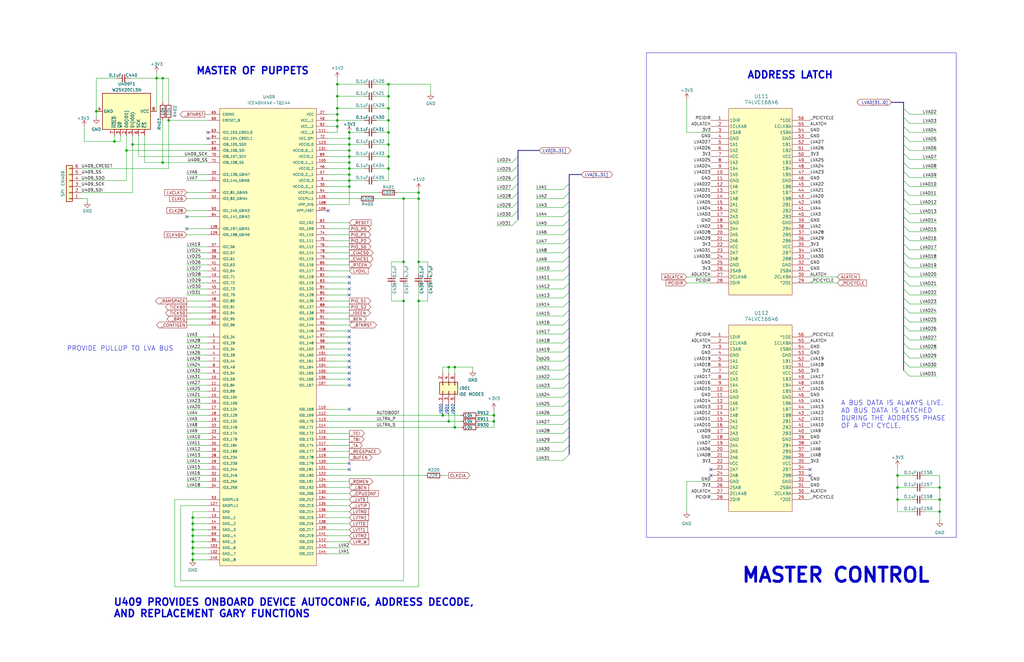
<source format=kicad_sch>
(kicad_sch (version 20231120) (generator "eeschema") (generator_version "8.0")
  (paper "B")
  (title_block (title "AMIGA PCI") (date "2024-06-29") (rev "4.0"))
  (junction (at 147.32 76.2))
  (junction (at 191.77 180.34))
  (junction (at 378.46 200.66))
  (junction (at 81.28 223.52))
  (junction (at 189.23 154.94))
  (junction (at 147.32 58.42))
  (junction (at 396.24 210.82))
  (junction (at 378.46 210.82))
  (junction (at 147.32 78.74))
  (junction (at 396.24 215.9))
  (junction (at 163.83 60.96))
  (junction (at 163.83 50.8))
  (junction (at 170.18 83.82))
  (junction (at 163.83 40.64))
  (junction (at 142.24 48.26))
  (junction (at 142.24 53.34))
  (junction (at 40.64 46.99))
  (junction (at 48.26 59.69))
  (junction (at 81.28 218.44))
  (junction (at 66.04 33.02))
  (junction (at 81.28 220.98))
  (junction (at 147.32 63.5))
  (junction (at 142.24 35.56))
  (junction (at 81.28 233.68))
  (junction (at 163.83 45.72))
  (junction (at 147.32 68.58))
  (junction (at 396.24 205.74))
  (junction (at 176.53 127))
  (junction (at 163.83 35.56))
  (junction (at 55.88 60.96))
  (junction (at 142.24 40.64))
  (junction (at 208.28 175.26))
  (junction (at 81.28 236.22))
  (junction (at 191.77 154.94))
  (junction (at 81.28 231.14))
  (junction (at 68.58 68.58))
  (junction (at 163.83 71.12))
  (junction (at 163.83 66.04))
  (junction (at 189.23 177.8))
  (junction (at 147.32 55.88))
  (junction (at 176.53 81.28))
  (junction (at 142.24 45.72))
  (junction (at 208.28 177.8))
  (junction (at 163.83 55.88))
  (junction (at 71.12 50.8))
  (junction (at 147.32 60.96))
  (junction (at 81.28 226.06))
  (junction (at 170.18 127))
  (junction (at 378.46 205.74))
  (junction (at 81.28 228.6))
  (junction (at 147.32 73.66))
  (junction (at 170.18 110.49))
  (junction (at 176.53 110.49))
  (junction (at 147.32 71.12))
  (junction (at 186.69 175.26))
  (junction (at 176.53 83.82))
  (junction (at 142.24 50.8))
  (junction (at 147.32 66.04))
  (junction (at 68.58 33.02))
  (junction (at 53.34 63.5))
  (no_connect (at 299.72 198.12))
  (no_connect (at 147.32 144.78))
  (no_connect (at 147.32 152.4))
  (no_connect (at 147.32 198.12))
  (no_connect (at 341.63 198.12))
  (no_connect (at 147.32 162.56))
  (no_connect (at 147.32 172.72))
  (no_connect (at 341.63 200.66))
  (no_connect (at 87.63 55.88))
  (no_connect (at 147.32 142.24))
  (no_connect (at 147.32 160.02))
  (no_connect (at 147.32 116.84))
  (no_connect (at 147.32 147.32))
  (no_connect (at 147.32 149.86))
  (no_connect (at 78.74 91.44))
  (no_connect (at 147.32 124.46))
  (no_connect (at 147.32 157.48))
  (no_connect (at 147.32 119.38))
  (no_connect (at 299.72 200.66))
  (no_connect (at 147.32 195.58))
  (no_connect (at 138.43 88.9))
  (no_connect (at 147.32 154.94))
  (no_connect (at 87.63 58.42))
  (no_connect (at 147.32 139.7))
  (no_connect (at 78.74 96.52))
  (no_connect (at 147.32 121.92))
  (bus_entry (at 383.57 93.98) (size -2.54 -2.54))
  (bus_entry (at 383.57 63.5) (size -2.54 -2.54))
  (bus_entry (at 237.49 163.83) (size 2.54 -2.54))
  (bus_entry (at 215.9 95.25) (size 2.54 -2.54))
  (bus_entry (at 237.49 80.01) (size 2.54 -2.54))
  (bus_entry (at 237.49 160.02) (size 2.54 -2.54))
  (bus_entry (at 383.57 82.55) (size -2.54 -2.54))
  (bus_entry (at 383.57 101.6) (size -2.54 -2.54))
  (bus_entry (at 215.9 83.82) (size 2.54 -2.54))
  (bus_entry (at 237.49 194.31) (size 2.54 -2.54))
  (bus_entry (at 215.9 87.63) (size 2.54 -2.54))
  (bus_entry (at 383.57 151.13) (size -2.54 -2.54))
  (bus_entry (at 237.49 133.35) (size 2.54 -2.54))
  (bus_entry (at 237.49 137.16) (size 2.54 -2.54))
  (bus_entry (at 237.49 99.06) (size 2.54 -2.54))
  (bus_entry (at 383.57 158.75) (size -2.54 -2.54))
  (bus_entry (at 383.57 78.74) (size -2.54 -2.54))
  (bus_entry (at 383.57 97.79) (size -2.54 -2.54))
  (bus_entry (at 237.49 182.88) (size 2.54 -2.54))
  (bus_entry (at 237.49 83.82) (size 2.54 -2.54))
  (bus_entry (at 237.49 95.25) (size 2.54 -2.54))
  (bus_entry (at 383.57 135.89) (size -2.54 -2.54))
  (bus_entry (at 383.57 55.88) (size -2.54 -2.54))
  (bus_entry (at 237.49 129.54) (size 2.54 -2.54))
  (bus_entry (at 237.49 148.59) (size 2.54 -2.54))
  (bus_entry (at 237.49 175.26) (size 2.54 -2.54))
  (bus_entry (at 383.57 139.7) (size -2.54 -2.54))
  (bus_entry (at 383.57 124.46) (size -2.54 -2.54))
  (bus_entry (at 237.49 87.63) (size 2.54 -2.54))
  (bus_entry (at 383.57 120.65) (size -2.54 -2.54))
  (bus_entry (at 237.49 118.11) (size 2.54 -2.54))
  (bus_entry (at 383.57 59.69) (size -2.54 -2.54))
  (bus_entry (at 383.57 71.12) (size -2.54 -2.54))
  (bus_entry (at 383.57 143.51) (size -2.54 -2.54))
  (bus_entry (at 215.9 68.58) (size 2.54 -2.54))
  (bus_entry (at 226.06 149.86) (size 2.54 2.54))
  (bus_entry (at 383.57 86.36) (size -2.54 -2.54))
  (bus_entry (at 237.49 121.92) (size 2.54 -2.54))
  (bus_entry (at 237.49 144.78) (size 2.54 -2.54))
  (bus_entry (at 383.57 154.94) (size -2.54 -2.54))
  (bus_entry (at 383.57 147.32) (size -2.54 -2.54))
  (bus_entry (at 237.49 190.5) (size 2.54 -2.54))
  (bus_entry (at 383.57 116.84) (size -2.54 -2.54))
  (bus_entry (at 215.9 91.44) (size 2.54 -2.54))
  (bus_entry (at 237.49 114.3) (size 2.54 -2.54))
  (bus_entry (at 215.9 76.2) (size 2.54 -2.54))
  (bus_entry (at 237.49 186.69) (size 2.54 -2.54))
  (bus_entry (at 383.57 52.07) (size -2.54 -2.54))
  (bus_entry (at 237.49 167.64) (size 2.54 -2.54))
  (bus_entry (at 237.49 110.49) (size 2.54 -2.54))
  (bus_entry (at 237.49 125.73) (size 2.54 -2.54))
  (bus_entry (at 237.49 102.87) (size 2.54 -2.54))
  (bus_entry (at 237.49 179.07) (size 2.54 -2.54))
  (bus_entry (at 383.57 128.27) (size -2.54 -2.54))
  (bus_entry (at 237.49 156.21) (size 2.54 -2.54))
  (bus_entry (at 237.49 140.97) (size 2.54 -2.54))
  (bus_entry (at 383.57 105.41) (size -2.54 -2.54))
  (bus_entry (at 237.49 171.45) (size 2.54 -2.54))
  (bus_entry (at 383.57 132.08) (size -2.54 -2.54))
  (bus_entry (at 237.49 106.68) (size 2.54 -2.54))
  (bus_entry (at 383.57 109.22) (size -2.54 -2.54))
  (bus_entry (at 383.57 67.31) (size -2.54 -2.54))
  (bus_entry (at 237.49 152.4) (size 2.54 -2.54))
  (bus_entry (at 383.57 113.03) (size -2.54 -2.54))
  (bus_entry (at 237.49 91.44) (size 2.54 -2.54))
  (bus_entry (at 383.57 74.93) (size -2.54 -2.54))
  (bus_entry (at 215.9 72.39) (size 2.54 -2.54))
  (bus_entry (at 383.57 48.26) (size -2.54 -2.54))
  (bus_entry (at 383.57 90.17) (size -2.54 -2.54))
  (bus_entry (at 215.9 80.01) (size 2.54 -2.54))
  (wire (pts (xy 147.32 144.78) (xy 138.43 144.78)))
  (bus (pts (xy 381.03 152.4) (xy 381.03 156.21)))
  (bus (pts (xy 240.03 107.95) (xy 240.03 111.76)))
  (wire (pts (xy 395 139.7) (xy 383.57 139.7)))
  (wire (pts (xy 299.72 55.88) (xy 289.56 55.88)))
  (bus (pts (xy 381.03 43.18) (xy 375.92 43.18)))
  (wire (pts (xy 58.42 66.04) (xy 58.42 57.15)))
  (wire (pts (xy 87.63 195.58) (xy 78.74 195.58)))
  (wire (pts (xy 78.74 200.66) (xy 87.63 200.66)))
  (wire (pts (xy 147.32 205.74) (xy 138.43 205.74)))
  (wire (pts (xy 209.55 95.25) (xy 215.9 95.25)))
  (wire (pts (xy 353.06 119.38) (xy 341.63 119.38)))
  (wire (pts (xy 395 128.27) (xy 383.57 128.27)))
  (wire (pts (xy 138.43 99.06) (xy 147.32 99.06)))
  (wire (pts (xy 289.56 203.2) (xy 289.56 215.9)))
  (bus (pts (xy 381.03 148.59) (xy 381.03 152.4)))
  (wire (pts (xy 189.23 157.48) (xy 189.23 154.94)))
  (wire (pts (xy 395 135.89) (xy 383.57 135.89)))
  (wire (pts (xy 147.32 195.58) (xy 138.43 195.58)))
  (wire (pts (xy 289.56 203.2) (xy 299.72 203.2)))
  (wire (pts (xy 71.12 43.18) (xy 71.12 33.02)))
  (wire (pts (xy 395 86.36) (xy 383.57 86.36)))
  (wire (pts (xy 138.43 71.12) (xy 147.32 71.12)))
  (wire (pts (xy 73.66 247.65) (xy 176.53 247.65)))
  (wire (pts (xy 87.63 83.82) (xy 78.74 83.82)))
  (wire (pts (xy 226.06 140.97) (xy 237.49 140.97)))
  (wire (pts (xy 34.29 83.82) (xy 36.83 83.82)))
  (wire (pts (xy 87.63 203.2) (xy 78.74 203.2)))
  (wire (pts (xy 138.43 73.66) (xy 147.32 73.66)))
  (wire (pts (xy 78.74 116.84) (xy 87.63 116.84)))
  (wire (pts (xy 78.74 111.76) (xy 87.63 111.76)))
  (wire (pts (xy 35.56 53.34) (xy 35.56 59.69)))
  (bus (pts (xy 240.03 96.52) (xy 240.03 100.33)))
  (bus (pts (xy 381.03 57.15) (xy 381.03 60.96)))
  (bus (pts (xy 381.03 118.11) (xy 381.03 121.92)))
  (wire (pts (xy 226.06 190.5) (xy 237.49 190.5)))
  (wire (pts (xy 170.18 83.82) (xy 158.75 83.82)))
  (wire (pts (xy 186.69 157.48) (xy 186.69 154.94)))
  (bus (pts (xy 240.03 165.1) (xy 240.03 168.91)))
  (wire (pts (xy 87.63 88.9) (xy 78.74 88.9)))
  (wire (pts (xy 138.43 83.82) (xy 151.13 83.82)))
  (wire (pts (xy 78.74 109.22) (xy 87.63 109.22)))
  (wire (pts (xy 226.06 110.49) (xy 237.49 110.49)))
  (wire (pts (xy 147.32 182.88) (xy 138.43 182.88)))
  (bus (pts (xy 240.03 168.91) (xy 240.03 172.72)))
  (wire (pts (xy 142.24 45.72) (xy 142.24 48.26)))
  (wire (pts (xy 176.53 127) (xy 180.34 127)))
  (wire (pts (xy 73.66 210.82) (xy 87.63 210.82)))
  (wire (pts (xy 138.43 157.48) (xy 147.32 157.48)))
  (wire (pts (xy 226.06 175.26) (xy 237.49 175.26)))
  (wire (pts (xy 378.46 205.74) (xy 384.81 205.74)))
  (wire (pts (xy 81.28 218.44) (xy 81.28 220.98)))
  (wire (pts (xy 395 48.26) (xy 383.57 48.26)))
  (wire (pts (xy 87.63 177.8) (xy 78.74 177.8)))
  (wire (pts (xy 147.32 76.2) (xy 147.32 78.74)))
  (wire (pts (xy 138.43 152.4) (xy 147.32 152.4)))
  (wire (pts (xy 209.55 68.58) (xy 215.9 68.58)))
  (wire (pts (xy 48.26 59.69) (xy 50.8 59.69)))
  (wire (pts (xy 87.63 48.26) (xy 86.36 48.26)))
  (wire (pts (xy 395 120.65) (xy 383.57 120.65)))
  (wire (pts (xy 389.89 200.66) (xy 396.24 200.66)))
  (wire (pts (xy 81.28 218.44) (xy 87.63 218.44)))
  (wire (pts (xy 66.04 33.02) (xy 54.61 33.02)))
  (wire (pts (xy 68.58 33.02) (xy 66.04 33.02)))
  (wire (pts (xy 147.32 76.2) (xy 153.67 76.2)))
  (bus (pts (xy 381.03 125.73) (xy 381.03 129.54)))
  (wire (pts (xy 226.06 114.3) (xy 237.49 114.3)))
  (wire (pts (xy 395 105.41) (xy 383.57 105.41)))
  (wire (pts (xy 163.83 40.64) (xy 163.83 35.56)))
  (wire (pts (xy 158.75 60.96) (xy 163.83 60.96)))
  (bus (pts (xy 218.44 69.85) (xy 218.44 73.66)))
  (wire (pts (xy 289.56 41.91) (xy 289.56 55.88)))
  (wire (pts (xy 226.06 171.45) (xy 237.49 171.45)))
  (wire (pts (xy 226.06 83.82) (xy 237.49 83.82)))
  (wire (pts (xy 181.61 35.56) (xy 163.83 35.56)))
  (wire (pts (xy 87.63 167.64) (xy 78.74 167.64)))
  (wire (pts (xy 147.32 68.58) (xy 147.32 71.12)))
  (wire (pts (xy 209.55 91.44) (xy 215.9 91.44)))
  (wire (pts (xy 226.06 179.07) (xy 237.49 179.07)))
  (wire (pts (xy 81.28 215.9) (xy 81.28 218.44)))
  (wire (pts (xy 138.43 175.26) (xy 186.69 175.26)))
  (wire (pts (xy 87.63 76.2) (xy 78.74 76.2)))
  (wire (pts (xy 78.74 106.68) (xy 87.63 106.68)))
  (wire (pts (xy 138.43 223.52) (xy 147.32 223.52)))
  (wire (pts (xy 87.63 165.1) (xy 78.74 165.1)))
  (wire (pts (xy 147.32 55.88) (xy 153.67 55.88)))
  (wire (pts (xy 81.28 231.14) (xy 81.28 233.68)))
  (bus (pts (xy 381.03 76.2) (xy 381.03 80.01)))
  (bus (pts (xy 381.03 91.44) (xy 381.03 95.25)))
  (wire (pts (xy 191.77 170.18) (xy 191.77 180.34)))
  (wire (pts (xy 60.96 68.58) (xy 68.58 68.58)))
  (wire (pts (xy 71.12 71.12) (xy 71.12 50.8)))
  (wire (pts (xy 226.06 156.21) (xy 237.49 156.21)))
  (wire (pts (xy 163.83 45.72) (xy 163.83 40.64)))
  (wire (pts (xy 138.43 220.98) (xy 147.32 220.98)))
  (wire (pts (xy 165.1 120.65) (xy 165.1 127)))
  (wire (pts (xy 163.83 50.8) (xy 163.83 45.72)))
  (wire (pts (xy 189.23 154.94) (xy 191.77 154.94)))
  (bus (pts (xy 240.03 172.72) (xy 240.03 176.53)))
  (wire (pts (xy 138.43 160.02) (xy 147.32 160.02)))
  (bus (pts (xy 218.44 81.28) (xy 218.44 85.09)))
  (wire (pts (xy 138.43 154.94) (xy 147.32 154.94)))
  (bus (pts (xy 381.03 68.58) (xy 381.03 72.39)))
  (wire (pts (xy 226.06 148.59) (xy 237.49 148.59)))
  (wire (pts (xy 395 154.94) (xy 383.57 154.94)))
  (wire (pts (xy 138.43 66.04) (xy 147.32 66.04)))
  (wire (pts (xy 138.43 60.96) (xy 147.32 60.96)))
  (wire (pts (xy 226.06 91.44) (xy 237.49 91.44)))
  (bus (pts (xy 381.03 144.78) (xy 381.03 148.59)))
  (wire (pts (xy 87.63 193.04) (xy 78.74 193.04)))
  (wire (pts (xy 170.18 245.11) (xy 76.2 245.11)))
  (wire (pts (xy 226.06 167.64) (xy 237.49 167.64)))
  (wire (pts (xy 170.18 83.82) (xy 176.53 83.82)))
  (wire (pts (xy 55.88 57.15) (xy 55.88 60.96)))
  (wire (pts (xy 138.43 124.46) (xy 147.32 124.46)))
  (wire (pts (xy 76.2 245.11) (xy 76.2 213.36)))
  (wire (pts (xy 147.32 63.5) (xy 147.32 66.04)))
  (wire (pts (xy 142.24 45.72) (xy 153.67 45.72)))
  (wire (pts (xy 165.1 127) (xy 170.18 127)))
  (wire (pts (xy 138.43 78.74) (xy 147.32 78.74)))
  (wire (pts (xy 138.43 177.8) (xy 189.23 177.8)))
  (wire (pts (xy 147.32 147.32) (xy 138.43 147.32)))
  (wire (pts (xy 170.18 120.65) (xy 170.18 127)))
  (bus (pts (xy 381.03 72.39) (xy 381.03 76.2)))
  (wire (pts (xy 147.32 86.36) (xy 138.43 86.36)))
  (wire (pts (xy 395 124.46) (xy 383.57 124.46)))
  (wire (pts (xy 189.23 177.8) (xy 194.31 177.8)))
  (wire (pts (xy 48.26 57.15) (xy 48.26 59.69)))
  (wire (pts (xy 378.46 200.66) (xy 384.81 200.66)))
  (wire (pts (xy 396.24 200.66) (xy 396.24 205.74)))
  (wire (pts (xy 179.07 200.66) (xy 138.43 200.66)))
  (wire (pts (xy 71.12 33.02) (xy 68.58 33.02)))
  (wire (pts (xy 81.28 223.52) (xy 87.63 223.52)))
  (wire (pts (xy 395 97.79) (xy 383.57 97.79)))
  (wire (pts (xy 176.53 80.01) (xy 176.53 81.28)))
  (wire (pts (xy 36.83 83.82) (xy 36.83 85.09)))
  (wire (pts (xy 87.63 127) (xy 78.74 127)))
  (bus (pts (xy 381.03 106.68) (xy 381.03 110.49)))
  (wire (pts (xy 81.28 236.22) (xy 87.63 236.22)))
  (wire (pts (xy 66.04 46.99) (xy 66.04 33.02)))
  (wire (pts (xy 396.24 205.74) (xy 396.24 210.82)))
  (wire (pts (xy 40.64 33.02) (xy 49.53 33.02)))
  (wire (pts (xy 378.46 210.82) (xy 384.81 210.82)))
  (wire (pts (xy 208.28 172.72) (xy 208.28 175.26)))
  (wire (pts (xy 138.43 215.9) (xy 147.32 215.9)))
  (wire (pts (xy 87.63 81.28) (xy 78.74 81.28)))
  (wire (pts (xy 138.43 93.98) (xy 147.32 93.98)))
  (bus (pts (xy 240.03 119.38) (xy 240.03 123.19)))
  (bus (pts (xy 240.03 73.66) (xy 245.11 73.66)))
  (wire (pts (xy 226.06 194.31) (xy 237.49 194.31)))
  (wire (pts (xy 87.63 175.26) (xy 78.74 175.26)))
  (wire (pts (xy 147.32 208.28) (xy 138.43 208.28)))
  (wire (pts (xy 53.34 76.2) (xy 34.29 76.2)))
  (bus (pts (xy 240.03 149.86) (xy 240.03 153.67)))
  (wire (pts (xy 289.56 119.38) (xy 299.72 119.38)))
  (wire (pts (xy 138.43 185.42) (xy 147.32 185.42)))
  (wire (pts (xy 158.75 71.12) (xy 163.83 71.12)))
  (wire (pts (xy 87.63 137.16) (xy 78.74 137.16)))
  (wire (pts (xy 395 113.03) (xy 383.57 113.03)))
  (wire (pts (xy 78.74 160.02) (xy 87.63 160.02)))
  (wire (pts (xy 78.74 149.86) (xy 87.63 149.86)))
  (wire (pts (xy 81.28 220.98) (xy 81.28 223.52)))
  (wire (pts (xy 147.32 187.96) (xy 138.43 187.96)))
  (wire (pts (xy 138.43 137.16) (xy 147.32 137.16)))
  (wire (pts (xy 138.43 101.6) (xy 147.32 101.6)))
  (wire (pts (xy 138.43 218.44) (xy 147.32 218.44)))
  (bus (pts (xy 381.03 87.63) (xy 381.03 91.44)))
  (wire (pts (xy 395 101.6) (xy 383.57 101.6)))
  (wire (pts (xy 81.28 233.68) (xy 81.28 236.22)))
  (bus (pts (xy 381.03 114.3) (xy 381.03 118.11)))
  (wire (pts (xy 147.32 60.96) (xy 153.67 60.96)))
  (wire (pts (xy 142.24 40.64) (xy 142.24 45.72)))
  (wire (pts (xy 226.06 87.63) (xy 237.49 87.63)))
  (wire (pts (xy 208.28 177.8) (xy 208.28 175.26)))
  (bus (pts (xy 381.03 80.01) (xy 381.03 83.82)))
  (wire (pts (xy 87.63 172.72) (xy 78.74 172.72)))
  (wire (pts (xy 201.93 177.8) (xy 208.28 177.8)))
  (wire (pts (xy 226.06 121.92) (xy 237.49 121.92)))
  (bus (pts (xy 240.03 176.53) (xy 240.03 180.34)))
  (wire (pts (xy 158.75 55.88) (xy 163.83 55.88)))
  (wire (pts (xy 138.43 228.6) (xy 147.32 228.6)))
  (wire (pts (xy 170.18 127) (xy 170.18 245.11)))
  (wire (pts (xy 55.88 81.28) (xy 55.88 60.96)))
  (wire (pts (xy 138.43 104.14) (xy 147.32 104.14)))
  (wire (pts (xy 176.53 247.65) (xy 176.53 127)))
  (wire (pts (xy 138.43 226.06) (xy 147.32 226.06)))
  (wire (pts (xy 87.63 124.46) (xy 78.74 124.46)))
  (wire (pts (xy 147.32 66.04) (xy 153.67 66.04)))
  (wire (pts (xy 147.32 193.04) (xy 138.43 193.04)))
  (wire (pts (xy 395 78.74) (xy 383.57 78.74)))
  (wire (pts (xy 147.32 73.66) (xy 147.32 76.2)))
  (bus (pts (xy 381.03 45.72) (xy 381.03 49.53)))
  (wire (pts (xy 226.06 95.25) (xy 237.49 95.25)))
  (wire (pts (xy 78.74 152.4) (xy 87.63 152.4)))
  (wire (pts (xy 138.43 106.68) (xy 147.32 106.68)))
  (wire (pts (xy 87.63 96.52) (xy 78.74 96.52)))
  (wire (pts (xy 138.43 114.3) (xy 147.32 114.3)))
  (wire (pts (xy 73.66 210.82) (xy 73.66 247.65)))
  (wire (pts (xy 78.74 187.96) (xy 87.63 187.96)))
  (wire (pts (xy 378.46 205.74) (xy 378.46 210.82)))
  (wire (pts (xy 68.58 50.8) (xy 68.58 68.58)))
  (wire (pts (xy 138.43 53.34) (xy 142.24 53.34)))
  (wire (pts (xy 395 158.75) (xy 383.57 158.75)))
  (bus (pts (xy 240.03 111.76) (xy 240.03 115.57)))
  (wire (pts (xy 78.74 114.3) (xy 87.63 114.3)))
  (bus (pts (xy 381.03 53.34) (xy 381.03 57.15)))
  (wire (pts (xy 40.64 49.53) (xy 40.64 46.99)))
  (wire (pts (xy 191.77 154.94) (xy 191.77 157.48)))
  (bus (pts (xy 240.03 88.9) (xy 240.03 92.71)))
  (wire (pts (xy 226.06 182.88) (xy 237.49 182.88)))
  (bus (pts (xy 218.44 85.09) (xy 218.44 88.9)))
  (wire (pts (xy 396.24 215.9) (xy 396.24 219.71)))
  (wire (pts (xy 142.24 50.8) (xy 142.24 53.34)))
  (wire (pts (xy 138.43 48.26) (xy 142.24 48.26)))
  (wire (pts (xy 226.06 144.78) (xy 237.49 144.78)))
  (bus (pts (xy 240.03 146.05) (xy 240.03 149.86)))
  (bus (pts (xy 240.03 104.14) (xy 240.03 107.95)))
  (wire (pts (xy 226.06 133.35) (xy 237.49 133.35)))
  (wire (pts (xy 87.63 190.5) (xy 78.74 190.5)))
  (wire (pts (xy 81.28 220.98) (xy 87.63 220.98)))
  (wire (pts (xy 395 151.13) (xy 383.57 151.13)))
  (bus (pts (xy 240.03 100.33) (xy 240.03 104.14)))
  (wire (pts (xy 87.63 91.44) (xy 78.74 91.44)))
  (bus (pts (xy 381.03 137.16) (xy 381.03 140.97)))
  (bus (pts (xy 381.03 110.49) (xy 381.03 114.3)))
  (wire (pts (xy 191.77 154.94) (xy 199.39 154.94)))
  (bus (pts (xy 240.03 130.81) (xy 240.03 134.62)))
  (wire (pts (xy 199.39 154.94) (xy 199.39 156.21)))
  (wire (pts (xy 384.81 215.9) (xy 378.46 215.9)))
  (wire (pts (xy 226.06 99.06) (xy 237.49 99.06)))
  (wire (pts (xy 163.83 35.56) (xy 158.75 35.56)))
  (wire (pts (xy 395 147.32) (xy 383.57 147.32)))
  (wire (pts (xy 87.63 73.66) (xy 78.74 73.66)))
  (wire (pts (xy 226.06 118.11) (xy 237.49 118.11)))
  (wire (pts (xy 226.06 102.87) (xy 237.49 102.87)))
  (wire (pts (xy 142.24 35.56) (xy 153.67 35.56)))
  (wire (pts (xy 396.24 210.82) (xy 396.24 215.9)))
  (bus (pts (xy 381.03 129.54) (xy 381.03 133.35)))
  (wire (pts (xy 138.43 180.34) (xy 191.77 180.34)))
  (wire (pts (xy 34.29 81.28) (xy 55.88 81.28)))
  (bus (pts (xy 218.44 73.66) (xy 218.44 77.47)))
  (wire (pts (xy 378.46 200.66) (xy 378.46 205.74)))
  (wire (pts (xy 147.32 190.5) (xy 138.43 190.5)))
  (wire (pts (xy 87.63 185.42) (xy 78.74 185.42)))
  (wire (pts (xy 138.43 127) (xy 147.32 127)))
  (wire (pts (xy 138.43 68.58) (xy 147.32 68.58)))
  (wire (pts (xy 147.32 55.88) (xy 147.32 58.42)))
  (wire (pts (xy 71.12 50.8) (xy 87.63 50.8)))
  (bus (pts (xy 240.03 157.48) (xy 240.03 161.29)))
  (wire (pts (xy 163.83 55.88) (xy 163.83 60.96)))
  (bus (pts (xy 240.03 184.15) (xy 240.03 187.96)))
  (bus (pts (xy 240.03 161.29) (xy 240.03 165.1)))
  (wire (pts (xy 395 55.88) (xy 383.57 55.88)))
  (wire (pts (xy 147.32 78.74) (xy 147.32 86.36)))
  (wire (pts (xy 142.24 35.56) (xy 142.24 40.64)))
  (wire (pts (xy 226.06 160.02) (xy 237.49 160.02)))
  (wire (pts (xy 138.43 213.36) (xy 147.32 213.36)))
  (wire (pts (xy 81.28 223.52) (xy 81.28 226.06)))
  (wire (pts (xy 147.32 142.24) (xy 138.43 142.24)))
  (wire (pts (xy 87.63 147.32) (xy 78.74 147.32)))
  (wire (pts (xy 226.06 186.69) (xy 237.49 186.69)))
  (wire (pts (xy 176.53 110.49) (xy 180.34 110.49)))
  (bus (pts (xy 240.03 134.62) (xy 240.03 138.43)))
  (wire (pts (xy 81.28 226.06) (xy 87.63 226.06)))
  (wire (pts (xy 138.43 172.72) (xy 147.32 172.72)))
  (wire (pts (xy 395 74.93) (xy 383.57 74.93)))
  (wire (pts (xy 170.18 115.57) (xy 170.18 110.49)))
  (bus (pts (xy 218.44 63.5) (xy 227.33 63.5)))
  (wire (pts (xy 170.18 110.49) (xy 170.18 83.82)))
  (wire (pts (xy 78.74 121.92) (xy 87.63 121.92)))
  (wire (pts (xy 138.43 76.2) (xy 147.32 76.2)))
  (wire (pts (xy 186.69 170.18) (xy 186.69 175.26)))
  (bus (pts (xy 381.03 99.06) (xy 381.03 102.87)))
  (bus (pts (xy 240.03 77.47) (xy 240.03 81.28)))
  (wire (pts (xy 201.93 175.26) (xy 208.28 175.26)))
  (wire (pts (xy 87.63 129.54) (xy 78.74 129.54)))
  (wire (pts (xy 201.93 180.34) (xy 208.28 180.34)))
  (bus (pts (xy 240.03 123.19) (xy 240.03 127)))
  (wire (pts (xy 395 143.51) (xy 383.57 143.51)))
  (wire (pts (xy 138.43 111.76) (xy 147.32 111.76)))
  (wire (pts (xy 78.74 119.38) (xy 87.63 119.38)))
  (wire (pts (xy 81.28 228.6) (xy 87.63 228.6)))
  (wire (pts (xy 395 93.98) (xy 383.57 93.98)))
  (wire (pts (xy 226.06 106.68) (xy 237.49 106.68)))
  (bus (pts (xy 218.44 66.04) (xy 218.44 63.5)))
  (wire (pts (xy 209.55 83.82) (xy 215.9 83.82)))
  (wire (pts (xy 176.53 127) (xy 176.53 120.65)))
  (wire (pts (xy 226.06 129.54) (xy 237.49 129.54)))
  (wire (pts (xy 209.55 87.63) (xy 215.9 87.63)))
  (bus (pts (xy 240.03 138.43) (xy 240.03 142.24)))
  (wire (pts (xy 81.28 228.6) (xy 81.28 231.14)))
  (wire (pts (xy 87.63 154.94) (xy 78.74 154.94)))
  (wire (pts (xy 66.04 33.02) (xy 66.04 30.48)))
  (wire (pts (xy 78.74 180.34) (xy 87.63 180.34)))
  (bus (pts (xy 240.03 73.66) (xy 240.03 77.47)))
  (bus (pts (xy 381.03 83.82) (xy 381.03 87.63)))
  (wire (pts (xy 78.74 142.24) (xy 87.63 142.24)))
  (wire (pts (xy 50.8 57.15) (xy 50.8 59.69)))
  (wire (pts (xy 53.34 63.5) (xy 53.34 76.2)))
  (bus (pts (xy 381.03 133.35) (xy 381.03 137.16)))
  (bus (pts (xy 240.03 81.28) (xy 240.03 85.09)))
  (bus (pts (xy 381.03 140.97) (xy 381.03 144.78)))
  (wire (pts (xy 147.32 233.68) (xy 138.43 233.68)))
  (bus (pts (xy 240.03 142.24) (xy 240.03 146.05)))
  (wire (pts (xy 142.24 53.34) (xy 142.24 55.88)))
  (wire (pts (xy 165.1 110.49) (xy 170.18 110.49)))
  (bus (pts (xy 240.03 153.67) (xy 240.03 157.48)))
  (wire (pts (xy 395 116.84) (xy 383.57 116.84)))
  (wire (pts (xy 209.55 80.01) (xy 215.9 80.01)))
  (wire (pts (xy 341.63 116.84) (xy 353.06 116.84)))
  (wire (pts (xy 147.32 132.08) (xy 138.43 132.08)))
  (wire (pts (xy 138.43 121.92) (xy 147.32 121.92)))
  (bus (pts (xy 240.03 127) (xy 240.03 130.81)))
  (bus (pts (xy 381.03 95.25) (xy 381.03 99.06)))
  (wire (pts (xy 58.42 66.04) (xy 87.63 66.04)))
  (wire (pts (xy 186.69 175.26) (xy 194.31 175.26)))
  (wire (pts (xy 142.24 40.64) (xy 153.67 40.64)))
  (wire (pts (xy 147.32 139.7) (xy 138.43 139.7)))
  (bus (pts (xy 240.03 115.57) (xy 240.03 119.38)))
  (wire (pts (xy 163.83 55.88) (xy 163.83 50.8)))
  (wire (pts (xy 87.63 134.62) (xy 78.74 134.62)))
  (wire (pts (xy 142.24 33.02) (xy 142.24 35.56)))
  (bus (pts (xy 381.03 64.77) (xy 381.03 68.58)))
  (wire (pts (xy 53.34 57.15) (xy 53.34 63.5)))
  (wire (pts (xy 395 52.07) (xy 383.57 52.07)))
  (wire (pts (xy 76.2 213.36) (xy 87.63 213.36)))
  (bus (pts (xy 381.03 49.53) (xy 381.03 53.34)))
  (wire (pts (xy 138.43 129.54) (xy 147.32 129.54)))
  (wire (pts (xy 226.06 152.4) (xy 228.6 152.4)))
  (wire (pts (xy 87.63 132.08) (xy 78.74 132.08)))
  (wire (pts (xy 87.63 198.12) (xy 78.74 198.12)))
  (wire (pts (xy 158.75 76.2) (xy 163.83 76.2)))
  (wire (pts (xy 158.75 66.04) (xy 163.83 66.04)))
  (wire (pts (xy 226.06 80.01) (xy 237.49 80.01)))
  (wire (pts (xy 34.29 71.12) (xy 71.12 71.12)))
  (wire (pts (xy 189.23 170.18) (xy 189.23 177.8)))
  (wire (pts (xy 186.69 200.66) (xy 189.23 200.66)))
  (wire (pts (xy 395 90.17) (xy 383.57 90.17)))
  (wire (pts (xy 395 71.12) (xy 383.57 71.12)))
  (wire (pts (xy 138.43 55.88) (xy 142.24 55.88)))
  (bus (pts (xy 240.03 85.09) (xy 240.03 88.9)))
  (wire (pts (xy 35.56 59.69) (xy 48.26 59.69)))
  (wire (pts (xy 138.43 134.62) (xy 147.32 134.62)))
  (wire (pts (xy 138.43 119.38) (xy 147.32 119.38)))
  (wire (pts (xy 147.32 66.04) (xy 147.32 68.58)))
  (wire (pts (xy 78.74 157.48) (xy 87.63 157.48)))
  (wire (pts (xy 395 82.55) (xy 383.57 82.55)))
  (wire (pts (xy 226.06 125.73) (xy 237.49 125.73)))
  (wire (pts (xy 163.83 71.12) (xy 163.83 76.2)))
  (bus (pts (xy 381.03 60.96) (xy 381.03 64.77)))
  (wire (pts (xy 138.43 58.42) (xy 147.32 58.42)))
  (wire (pts (xy 180.34 110.49) (xy 180.34 115.57)))
  (wire (pts (xy 147.32 71.12) (xy 153.67 71.12)))
  (wire (pts (xy 81.28 215.9) (xy 87.63 215.9)))
  (bus (pts (xy 240.03 180.34) (xy 240.03 184.15)))
  (wire (pts (xy 209.55 72.39) (xy 215.9 72.39)))
  (wire (pts (xy 395 63.5) (xy 383.57 63.5)))
  (wire (pts (xy 147.32 58.42) (xy 147.32 60.96)))
  (wire (pts (xy 138.43 231.14) (xy 147.32 231.14)))
  (wire (pts (xy 378.46 196.85) (xy 378.46 200.66)))
  (wire (pts (xy 389.89 215.9) (xy 396.24 215.9)))
  (wire (pts (xy 163.83 60.96) (xy 163.83 66.04)))
  (wire (pts (xy 142.24 50.8) (xy 153.67 50.8)))
  (wire (pts (xy 389.89 210.82) (xy 396.24 210.82)))
  (wire (pts (xy 147.32 149.86) (xy 138.43 149.86)))
  (wire (pts (xy 147.32 198.12) (xy 138.43 198.12)))
  (wire (pts (xy 138.43 162.56) (xy 147.32 162.56)))
  (wire (pts (xy 147.32 60.96) (xy 147.32 63.5)))
  (wire (pts (xy 176.53 81.28) (xy 167.64 81.28)))
  (wire (pts (xy 395 109.22) (xy 383.57 109.22)))
  (wire (pts (xy 208.28 180.34) (xy 208.28 177.8)))
  (wire (pts (xy 78.74 162.56) (xy 87.63 162.56)))
  (wire (pts (xy 228.6 152.4) (xy 237.49 152.4)))
  (bus (pts (xy 381.03 121.92) (xy 381.03 125.73)))
  (wire (pts (xy 209.55 76.2) (xy 215.9 76.2)))
  (wire (pts (xy 378.46 210.82) (xy 378.46 215.9)))
  (wire (pts (xy 142.24 48.26) (xy 142.24 50.8)))
  (wire (pts (xy 87.63 99.06) (xy 78.74 99.06)))
  (wire (pts (xy 176.53 115.57) (xy 176.53 110.49)))
  (wire (pts (xy 395 67.31) (xy 383.57 67.31)))
  (wire (pts (xy 165.1 115.57) (xy 165.1 110.49)))
  (wire (pts (xy 138.43 50.8) (xy 142.24 50.8)))
  (wire (pts (xy 81.28 231.14) (xy 87.63 231.14)))
  (wire (pts (xy 53.34 63.5) (xy 87.63 63.5)))
  (wire (pts (xy 87.63 182.88) (xy 78.74 182.88)))
  (bus (pts (xy 381.03 43.18) (xy 381.03 45.72)))
  (wire (pts (xy 147.32 203.2) (xy 138.43 203.2)))
  (wire (pts (xy 180.34 127) (xy 180.34 120.65)))
  (wire (pts (xy 40.64 46.99) (xy 40.64 33.02)))
  (wire (pts (xy 181.61 35.56) (xy 181.61 39.37)))
  (wire (pts (xy 158.75 50.8) (xy 163.83 50.8)))
  (wire (pts (xy 138.43 109.22) (xy 147.32 109.22)))
  (wire (pts (xy 147.32 71.12) (xy 147.32 73.66)))
  (wire (pts (xy 138.43 63.5) (xy 147.32 63.5)))
  (wire (pts (xy 78.74 104.14) (xy 87.63 104.14)))
  (wire (pts (xy 176.53 83.82) (xy 176.53 110.49)))
  (wire (pts (xy 226.06 137.16) (xy 237.49 137.16)))
  (wire (pts (xy 138.43 210.82) (xy 147.32 210.82)))
  (wire (pts (xy 68.58 33.02) (xy 68.58 43.18)))
  (wire (pts (xy 138.43 96.52) (xy 147.32 96.52)))
  (wire (pts (xy 81.28 233.68) (xy 87.63 233.68)))
  (wire (pts (xy 158.75 40.64) (xy 163.83 40.64)))
  (wire (pts (xy 186.69 154.94) (xy 189.23 154.94)))
  (bus (pts (xy 218.44 88.9) (xy 218.44 92.71)))
  (wire (pts (xy 163.83 66.04) (xy 163.83 71.12)))
  (wire (pts (xy 289.56 116.84) (xy 299.72 116.84)))
  (wire (pts (xy 78.74 205.74) (xy 87.63 205.74)))
  (wire (pts (xy 81.28 226.06) (xy 81.28 228.6)))
  (bus (pts (xy 218.44 66.04) (xy 218.44 69.85)))
  (wire (pts (xy 176.53 81.28) (xy 176.53 83.82)))
  (bus (pts (xy 240.03 187.96) (xy 240.03 191.77)))
  (wire (pts (xy 138.43 81.28) (xy 160.02 81.28)))
  (bus (pts (xy 218.44 77.47) (xy 218.44 81.28)))
  (wire (pts (xy 60.96 68.58) (xy 60.96 57.15)))
  (bus (pts (xy 240.03 92.71) (xy 240.03 96.52)))
  (wire (pts (xy 138.43 116.84) (xy 147.32 116.84)))
  (wire (pts (xy 55.88 60.96) (xy 87.63 60.96)))
  (wire (pts (xy 395 132.08) (xy 383.57 132.08)))
  (wire (pts (xy 68.58 68.58) (xy 87.63 68.58)))
  (bus (pts (xy 381.03 102.87) (xy 381.03 106.68)))
  (wire (pts (xy 191.77 180.34) (xy 194.31 180.34)))
  (wire (pts (xy 87.63 170.18) (xy 78.74 170.18)))
  (wire (pts (xy 78.74 144.78) (xy 87.63 144.78)))
  (wire (pts (xy 395 59.69) (xy 383.57 59.69)))
  (wire (pts (xy 226.06 163.83) (xy 237.49 163.83)))
  (wire (pts (xy 389.89 205.74) (xy 396.24 205.74)))
  (wire (pts (xy 158.75 45.72) (xy 163.83 45.72)))
  (rectangle (start 272.6 22.3) (end 403.2 226.8))
  (text "MASTER OF PUPPETS" (at 82.55 31.75 0) (effects (font (size 3 3) (thickness 0.6) (bold yes)) (justify left bottom)))
  (text "MASTER CONTROL" (at 312.42 246.38 0) (effects (font (size 6 6) (thickness 1.2) (bold yes)) (justify left bottom)))
  (text "J902" (at 191.77 175.26 90) (effects (font (size 1.27 1.27)) (justify left bottom)))
  (text "J900" (at 186.69 175.26 90) (effects (font (size 1.27 1.27)) (justify left bottom)))
  (text "A BUS DATA IS ALWAYS LIVE.\nAD BUS DATA IS LATCHED\nDURING THE ADDRESS PHASE \nOF A PCI CYCLE." (at 354.584 175.006 0) (effects (font (size 2 2)) (justify left)))
  (text "ADDRESS LATCH" (at 314.96 33.528 0) (effects (font (size 3 3) (thickness 0.6) (bold yes)) (justify left bottom)))
  (text "J901" (at 189.23 175.26 90) (effects (font (size 1.27 1.27)) (justify left bottom)))
  (text "U409 PROVIDES ONBOARD DEVICE AUTOCONFIG, ADDRESS DECODE,\nAND REPLACEMENT GARY FUNCTIONS" (at 47.752 260.858 0) (effects (font (size 3 3) (thickness 0.6) (bold yes)) (justify left bottom)))
  (text "PROVIDE PULLUP TO LVA BUS" (at 28.194 148.336 0) (effects (font (size 2 2)) (justify left bottom)))
  (label "ADLATCH" (at 299.72 116.84 180))
  (label "_PCICYCLE" (at 341.63 50.8 0))
  (label "LVA25" (at 341.63 68.58 0))
  (label "LVAD8" (at 395 71.12 180))
  (label "LVA30" (at 78.74 157.48 0))
  (label "LVA20" (at 341.63 83.82 0))
  (label "LVAD25" (at 299.72 68.58 180))
  (label "LVA3" (at 78.74 142.24 0))
  (label "LVA27" (at 78.74 162.56 0))
  (label "LVA14" (at 78.74 195.58 0))
  (label "ALATCH" (at 341.63 208.28 0))
  (label "3V3" (at 299.72 55.88 180))
  (label "LVAD11" (at 299.72 177.8 180))
  (label "3V3" (at 299.72 157.48 180))
  (label "LVD31" (at 78.74 124.46 0))
  (label "LVAD30" (at 299.72 109.22 180))
  (label "LVA22" (at 78.74 147.32 0))
  (label "LVD26" (at 78.74 111.76 0))
  (label "PCIDIR" (at 299.72 119.38 180))
  (label "LVA26" (at 78.74 149.86 0))
  (label "U409_SS" (at 34.29 73.66 0))
  (label "LVA19" (at 226.06 148.59 0))
  (label "LVA27" (at 341.63 60.96 0))
  (label "LVA16" (at 78.74 200.66 0))
  (label "LVA18" (at 226.06 144.78 0))
  (label "LVA14" (at 341.63 170.18 0))
  (label "LVA27" (at 226.06 179.07 0))
  (label "U409_SDO" (at 34.29 76.2 0))
  (label "LVA4" (at 78.74 175.26 0))
  (label "LVA14" (at 226.06 129.54 0))
  (label "LVA3" (at 226.06 87.63 0))
  (label "LVA22" (at 226.06 160.02 0))
  (label "LVD31" (at 209.55 95.25 0))
  (label "LVA29" (at 226.06 186.69 0))
  (label "LVAD27" (at 395 143.51 180))
  (label "LVA9" (at 226.06 110.49 0))
  (label "LVA24" (at 78.74 154.94 0))
  (label "LVA11" (at 226.06 118.11 0))
  (label "LVAD26" (at 395 139.7 180))
  (label "LVAD8" (at 299.72 193.04 180))
  (label "GND" (at 299.72 149.86 180))
  (label "PCIDIR" (at 299.72 50.8 180))
  (label "_PCICYCLE" (at 341.63 119.38 0))
  (label "GND" (at 341.63 114.3 0))
  (label "LVAD29" (at 299.72 101.6 180))
  (label "LVA10" (at 78.74 185.42 0))
  (label "LVA30" (at 226.06 190.5 0))
  (label "ALATCH" (at 341.63 116.84 0))
  (label "LVA7" (at 226.06 102.87 0))
  (label "LVA13" (at 78.74 193.04 0))
  (label "LVAD6" (at 299.72 190.5 180))
  (label "LVA23" (at 341.63 73.66 0))
  (label "LVD25" (at 209.55 72.39 0))
  (label "LVAD5" (at 395 59.69 180))
  (label "GND" (at 299.72 167.64 180))
  (label "ADLATCH" (at 299.72 53.34 180))
  (label "LVA23" (at 226.06 163.83 0))
  (label "LVAD23" (at 299.72 73.66 180))
  (label "LVA29" (at 341.63 101.6 0))
  (label "LVA25" (at 78.74 165.1 0))
  (label "LVD24" (at 78.74 106.68 0))
  (label "LVAD12" (at 395 86.36 180))
  (label "LVAD4" (at 299.72 88.9 180))
  (label "LVA15" (at 226.06 133.35 0))
  (label "AUTOBOOT" (at 158.75 175.26 0))
  (label "LVAD19" (at 395 113.03 180))
  (label "LVA20" (at 226.06 152.4 0))
  (label "LVAD20" (at 299.72 83.82 180))
  (label "LVA8" (at 226.06 106.68 0))
  (label "LVA21" (at 226.06 156.21 0))
  (label "LVA24" (at 226.06 167.64 0))
  (label "LVA12" (at 226.06 121.92 0))
  (label "GND" (at 341.63 93.98 0))
  (label "LVA1" (at 147.32 233.68 180))
  (label "LVA12" (at 341.63 175.26 0))
  (label "LVA5" (at 78.74 177.8 0))
  (label "_PCICYCLE" (at 341.63 142.24 0))
  (label "LVAD14" (at 299.72 170.18 180))
  (label "LVA13" (at 341.63 172.72 0))
  (label "3V3" (at 341.63 66.04 0))
  (label "LVA9" (at 78.74 182.88 0))
  (label "LVAD27" (at 299.72 60.96 180))
  (label "GND" (at 299.72 203.2 180))
  (label "LVAD16" (at 299.72 162.56 180))
  (label "LVAD2" (at 395 48.26 180))
  (label "LVA21" (at 78.74 167.64 0))
  (label "U409_SCK" (at 87.63 66.04 180))
  (label "LVA4" (at 226.06 91.44 0))
  (label "LVA28" (at 341.63 99.06 0))
  (label "LVA2" (at 341.63 96.52 0))
  (label "LVAD29" (at 395 151.13 180))
  (label "LVAD3" (at 395 52.07 180))
  (label "LVAD7" (at 299.72 187.96 180))
  (label "LVD26" (at 209.55 76.2 0))
  (label "LVAD25" (at 395 135.89 180))
  (label "LVA19" (at 78.74 104.14 0))
  (label "LVAD28" (at 299.72 99.06 180))
  (label "LVA6" (at 78.74 73.66 0))
  (label "LVA23" (at 78.74 170.18 0))
  (label "GND" (at 341.63 55.88 0))
  (label "LVA5" (at 341.63 86.36 0))
  (label "LVA10" (at 226.06 114.3 0))
  (label "U409_SCK" (at 34.29 78.74 0))
  (label "LVAD15" (at 395 97.79 180))
  (label "LVAD13" (at 299.72 172.72 180))
  (label "LVA24" (at 341.63 71.12 0))
  (label "LVA5" (at 226.06 95.25 0))
  (label "LVA8" (at 78.74 180.34 0))
  (label "LVA28" (at 226.06 182.88 0))
  (label "ULTRA_P" (at 158.75 177.8 0))
  (label "LVAD9" (at 395 74.93 180))
  (label "LVA11" (at 341.63 177.8 0))
  (label "ADLATCH" (at 299.72 208.28 180))
  (label "3V3" (at 341.63 104.14 0))
  (label "GND" (at 341.63 205.74 0))
  (label "3V3" (at 299.72 66.04 180))
  (label "LVAD3" (at 299.72 91.44 180))
  (label "3V3" (at 299.72 205.74 180))
  (label "GND" (at 299.72 58.42 180))
  (label "GND" (at 299.72 76.2 180))
  (label "LVAD26" (at 299.72 63.5 180))
  (label "GND" (at 341.63 147.32 0))
  (label "GND" (at 341.63 167.64 0))
  (label "U409_CRESET" (at 34.29 71.12 0))
  (label "LVAD31" (at 299.72 106.68 180))
  (label "LVAD18" (at 395 109.22 180))
  (label "LVA31" (at 226.06 194.31 0))
  (label "LVAD21" (at 395 120.65 180))
  (label "GND" (at 299.72 93.98 180))
  (label "LVD28" (at 78.74 116.84 0))
  (label "LVA8" (at 341.63 193.04 0))
  (label "LVAD2" (at 299.72 96.52 180))
  (label "LVA7" (at 341.63 187.96 0))
  (label "LVA16" (at 226.06 137.16 0))
  (label "LVAD13" (at 395 90.17 180))
  (label "GND" (at 341.63 149.86 0))
  (label "U409_SS" (at 87.63 68.58 180))
  (label "ALATCH" (at 341.63 144.78 0))
  (label "GND" (at 341.63 203.2 0))
  (label "LVA26" (at 226.06 175.26 0))
  (label "LVAD24" (at 395 132.08 180))
  (label "LVA15" (at 78.74 198.12 0))
  (label "LVA6" (at 341.63 190.5 0))
  (label "LVAD24" (at 299.72 71.12 180))
  (label "LVAD18" (at 299.72 154.94 180))
  (label "LVA9" (at 341.63 182.88 0))
  (label "LVD28" (at 209.55 83.82 0))
  (label "3V3" (at 299.72 195.58 180))
  (label "LVAD17" (at 299.72 160.02 180))
  (label "_PCICYCLE" (at 341.63 210.82 0))
  (label "U409_SDI" (at 34.29 81.28 0))
  (label "LVA11" (at 78.74 187.96 0))
  (label "LVAD22" (at 395 124.46 180))
  (label "LVAD6" (at 395 63.5 180))
  (label "GND" (at 341.63 76.2 0))
  (label "LVD25" (at 78.74 109.22 0))
  (label "3V3" (at 341.63 195.58 0))
  (label "LVA26" (at 341.63 63.5 0))
  (label "LVAD15" (at 299.72 165.1 180))
  (label "LVAD12" (at 299.72 175.26 180))
  (label "LVAD21" (at 299.72 81.28 180))
  (label "LVA17" (at 341.63 160.02 0))
  (label "LVD30" (at 209.55 91.44 0))
  (label "3V3" (at 299.72 114.3 180))
  (label "LVA17" (at 226.06 140.97 0))
  (label "3V3" (at 341.63 157.48 0))
  (label "LVAD30" (at 395 154.94 180))
  (label "LVD30" (at 78.74 121.92 0))
  (label "LVA20" (at 78.74 172.72 0))
  (label "LVAD20" (at 395 116.84 180))
  (label "GND" (at 299.72 111.76 180))
  (label "LVAD17" (at 395 105.41 180))
  (label "LVA18" (at 78.74 205.74 0))
  (label "LVA15" (at 341.63 165.1 0))
  (label "LVA29" (at 78.74 152.4 0))
  (label "LVAD11" (at 395 82.55 180))
  (label "LVA2" (at 147.32 231.14 180))
  (label "PCIDIR" (at 299.72 210.82 180))
  (label "LVA18" (at 341.63 154.94 0))
  (label "3V3" (at 299.72 147.32 180))
  (label "PCIDIR" (at 299.72 142.24 180))
  (label "ULTRA_S" (at 158.75 180.34 0))
  (label "LVA31" (at 78.74 160.02 0))
  (label "LVA12" (at 78.74 190.5 0))
  (label "LVA28" (at 78.74 144.78 0))
  (label "LVAD22" (at 299.72 78.74 180))
  (label "LVA16" (at 341.63 162.56 0))
  (label "LVA21" (at 341.63 81.28 0))
  (label "LVA19" (at 341.63 152.4 0))
  (label "LVA30" (at 341.63 109.22 0))
  (label "LVA10" (at 341.63 180.34 0))
  (label "LVAD4" (at 395 55.88 180))
  (label "LVD27" (at 209.55 80.01 0))
  (label "LVAD28" (at 395 147.32 180))
  (label "GND" (at 341.63 111.76 0))
  (label "LVAD16" (at 395 101.6 180))
  (label "LVA2" (at 226.06 83.82 0))
  (label "LVAD14" (at 395 93.98 180))
  (label "LVD29" (at 78.74 119.38 0))
  (label "LVA25" (at 226.06 171.45 0))
  (label "GND" (at 341.63 185.42 0))
  (label "LVD27" (at 78.74 114.3 0))
  (label "GND" (at 299.72 185.42 180))
  (label "LVAD9" (at 299.72 182.88 180))
  (label "LVA4" (at 341.63 88.9 0))
  (label "3V3" (at 299.72 104.14 180))
  (label "LVA17" (at 78.74 203.2 0))
  (label "LVAD10" (at 299.72 180.34 180))
  (label "LVD29" (at 209.55 87.63 0))
  (label "LVAD5" (at 299.72 86.36 180))
  (label "LVA31" (at 341.63 106.68 0))
  (label "LVAD19" (at 299.72 152.4 180))
  (label "LVA1" (at 226.06 80.01 0))
  (label "LVA22" (at 341.63 78.74 0))
  (label "LVAD23" (at 395 128.27 180))
  (label "ADLATCH" (at 299.72 144.78 180))
  (label "LVD24" (at 209.55 68.58 0))
  (label "GND" (at 341.63 58.42 0))
  (label "LVA6" (at 226.06 99.06 0))
  (label "LVA13" (at 226.06 125.73 0))
  (label "ALATCH" (at 341.63 53.34 0))
  (label "LVAD10" (at 395 78.74 180))
  (label "LVA3" (at 341.63 91.44 0))
  (label "LVAD31" (at 395 158.75 180))
  (label "LVAD7" (at 395 67.31 180))
  (label "LVA7" (at 78.74 76.2 0))
  (global_label "_LBEN" (shape input) (at 147.32 205.74 0) (property "Intersheetrefs" "${INTERSHEET_REFS}" (at 156.0504 205.74 0) (effects (justify left))))
  (global_label "LVD[0..31]" (shape bidirectional) (at 227.33 63.5 0) (property "Intersheetrefs" "${INTERSHEET_REFS}" (at 241.046 63.5 0) (effects (justify left))))
  (global_label "_REGSPACE" (shape output) (at 147.32 190.5 0) (effects (font (size 1.2954 1.2954))) (property "Intersheetrefs" "${INTERSHEET_REFS}" (at 161.221 190.5 0) (effects (justify left))))
  (global_label "PIO_S2" (shape output) (at 147.32 129.54 0) (property "Intersheetrefs" "${INTERSHEET_REFS}" (at 156.8971 129.54 0) (effects (justify left))))
  (global_label "PCIDIR" (shape input) (at 289.56 119.38 180) (property "Intersheetrefs" "${INTERSHEET_REFS}" (at 280.2852 119.38 0) (effects (justify right))))
  (global_label "CLK40A" (shape input) (at 78.74 99.06 180) (property "Intersheetrefs" "${INTERSHEET_REFS}" (at 68.6791 99.06 0) (effects (justify right))))
  (global_label "CLK6" (shape input) (at 78.74 83.82 180) (property "Intersheetrefs" "${INTERSHEET_REFS}" (at 70.9772 83.82 0) (effects (justify right))))
  (global_label "LVTM0" (shape input) (at 147.32 215.9 0) (property "Intersheetrefs" "${INTERSHEET_REFS}" (at 156.0504 215.9 0) (effects (justify left))))
  (global_label "_RESET" (shape input) (at 147.32 93.98 0) (property "Intersheetrefs" "${INTERSHEET_REFS}" (at 150.622 91.186 0) (effects (justify left))))
  (global_label "CLKCIA" (shape output) (at 189.23 200.66 0) (property "Intersheetrefs" "${INTERSHEET_REFS}" (at 198.6673 200.66 0) (effects (justify left))))
  (global_label "TICK50" (shape output) (at 78.74 132.08 180) (property "Intersheetrefs" "${INTERSHEET_REFS}" (at 69.977 132.08 0) (effects (justify right))))
  (global_label "_LVTIP" (shape input) (at 147.32 213.36 0) (property "Intersheetrefs" "${INTERSHEET_REFS}" (at 156.2319 213.36 0) (effects (justify left))))
  (global_label "_ROMEN" (shape output) (at 147.32 203.2 0) (property "Intersheetrefs" "${INTERSHEET_REFS}" (at 157.8042 203.2 0) (effects (justify left))))
  (global_label "_TBI" (shape output) (at 147.32 185.42 0) (property "Intersheetrefs" "${INTERSHEET_REFS}" (at 154.0358 185.42 0) (effects (justify left))))
  (global_label "PIO_S0" (shape output) (at 147.32 104.14 0) (property "Intersheetrefs" "${INTERSHEET_REFS}" (at 156.8971 104.14 0) (effects (justify left))))
  (global_label "_BREG" (shape output) (at 78.74 134.62 180) (property "Intersheetrefs" "${INTERSHEET_REFS}" (at 69.8282 134.62 0) (effects (justify right))))
  (global_label "LVTT1" (shape input) (at 147.32 223.52 0) (property "Intersheetrefs" "${INTERSHEET_REFS}" (at 155.5666 223.52 0) (effects (justify left))))
  (global_label "PIO_P0" (shape output) (at 147.32 96.52 0) (property "Intersheetrefs" "${INTERSHEET_REFS}" (at 156.9576 96.52 0) (effects (justify left))))
  (global_label "_LVTS" (shape input) (at 147.32 210.82 0) (property "Intersheetrefs" "${INTERSHEET_REFS}" (at 155.5666 210.82 0) (effects (justify left))))
  (global_label "LVAD[31..0]" (shape bidirectional) (at 375.92 43.18 180) (property "Intersheetrefs" "${INTERSHEET_REFS}" (at 362.585 43.053 0) (effects (justify right))))
  (global_label "_RAMSPACE" (shape output) (at 78.74 127 180) (property "Intersheetrefs" "${INTERSHEET_REFS}" (at 64.9901 127 0) (effects (justify right))))
  (global_label "ALATCH" (shape input) (at 353.06 116.84 0) (property "Intersheetrefs" "${INTERSHEET_REFS}" (at 362.8186 116.84 0) (effects (justify left))))
  (global_label "PIO_S1" (shape output) (at 147.32 127 0) (property "Intersheetrefs" "${INTERSHEET_REFS}" (at 156.8971 127 0) (effects (justify left))))
  (global_label "_BEN" (shape output) (at 147.32 134.62 0) (property "Intersheetrefs" "${INTERSHEET_REFS}" (at 154.9429 134.62 0) (effects (justify left))))
  (global_label "_CPUCONF" (shape input) (at 147.32 208.28 0) (property "Intersheetrefs" "${INTERSHEET_REFS}" (at 160.1629 208.28 0) (effects (justify left))))
  (global_label "ADLATCH" (shape input) (at 289.56 116.84 180) (property "Intersheetrefs" "${INTERSHEET_REFS}" (at 278.5314 116.84 0) (effects (justify right))))
  (global_label "TICK60" (shape output) (at 78.74 129.54 180) (property "Intersheetrefs" "${INTERSHEET_REFS}" (at 69.977 129.667 0) (effects (justify right))))
  (global_label "LVCLK7" (shape input) (at 78.74 81.28 180) (property "Intersheetrefs" "${INTERSHEET_REFS}" (at 68.8605 81.28 0) (effects (justify right))))
  (global_label "_PCICYCLE" (shape input) (at 353.06 119.38 0) (property "Intersheetrefs" "${INTERSHEET_REFS}" (at 365.9633 119.38 0) (effects (justify left))))
  (global_label "LVOVL" (shape input) (at 147.32 114.3 0) (property "Intersheetrefs" "${INTERSHEET_REFS}" (at 155.8691 114.3 0) (effects (justify left))))
  (global_label "_CIACS0" (shape output) (at 147.32 106.68 0) (property "Intersheetrefs" "${INTERSHEET_REFS}" (at 157.9252 106.68 0) (effects (justify left))))
  (global_label "_CONFIGEN" (shape output) (at 78.74 137.16 180) (property "Intersheetrefs" "${INTERSHEET_REFS}" (at 65.4133 137.16 0) (effects (justify right))))
  (global_label "CLK28" (shape input) (at 78.74 88.9 180) (property "Intersheetrefs" "${INTERSHEET_REFS}" (at 69.7677 88.9 0) (effects (justify right))))
  (global_label "PIO_P1" (shape output) (at 147.32 99.06 0) (property "Intersheetrefs" "${INTERSHEET_REFS}" (at 156.9576 99.06 0) (effects (justify left))))
  (global_label "_RTCEN" (shape output) (at 147.32 111.76 0) (property "Intersheetrefs" "${INTERSHEET_REFS}" (at 157.2599 111.76 0) (effects (justify left))))
  (global_label "_TA" (shape output) (at 147.32 187.96 0) (property "Intersheetrefs" "${INTERSHEET_REFS}" (at 153.329 187.96 0) (effects (justify left))))
  (global_label "_BUFEN" (shape output) (at 147.32 193.04 0) (property "Intersheetrefs" "${INTERSHEET_REFS}" (at 157.4414 193.04 0) (effects (justify left))))
  (global_label "LVTM1" (shape input) (at 147.32 218.44 0) (property "Intersheetrefs" "${INTERSHEET_REFS}" (at 156.0504 218.44 0) (effects (justify left))))
  (global_label "LVTM2" (shape input) (at 147.32 226.06 0) (property "Intersheetrefs" "${INTERSHEET_REFS}" (at 156.0504 226.06 0) (effects (justify left))))
  (global_label "LVR_W" (shape input) (at 147.32 228.6 0) (property "Intersheetrefs" "${INTERSHEET_REFS}" (at 156.1109 228.6 0) (effects (justify left))))
  (global_label "_CIACS1" (shape output) (at 147.32 109.22 0) (property "Intersheetrefs" "${INTERSHEET_REFS}" (at 157.9252 109.22 0) (effects (justify left))))
  (global_label "_BTNRST" (shape bidirectional) (at 147.32 137.16 0) (property "Intersheetrefs" "${INTERSHEET_REFS}" (at 158.242 137.16 0) (effects (justify left))))
  (global_label "_TCI" (shape output) (at 147.32 182.88 0) (effects (font (size 1.2954 1.2954))) (property "Intersheetrefs" "${INTERSHEET_REFS}" (at 154.2507 182.88 0) (effects (justify left))))
  (global_label "_IDEEN" (shape output) (at 147.32 132.08 0) (property "Intersheetrefs" "${INTERSHEET_REFS}" (at 158.623 132.08 0) (effects (justify right))))
  (global_label "PIO_P2" (shape output) (at 147.32 101.6 0) (property "Intersheetrefs" "${INTERSHEET_REFS}" (at 156.9576 101.6 0) (effects (justify left))))
  (global_label "LVTT0" (shape input) (at 147.32 220.98 0) (property "Intersheetrefs" "${INTERSHEET_REFS}" (at 155.5666 220.98 0) (effects (justify left))))
  (global_label "_BTNRST" (shape output) (at 86.36 48.26 180) (property "Intersheetrefs" "${INTERSHEET_REFS}" (at 83.947 45.466 0) (effects (justify right))))
  (global_label "LVA[0..31]" (shape bidirectional) (at 245.11 73.66 0) (property "Intersheetrefs" "${INTERSHEET_REFS}" (at 258.445 73.533 0) (effects (justify left))))
  (symbol (lib_id "Device:C_Small") (at 156.21 66.04 90) (unit 1)
    (property "Reference" "C433" (at 162.179 64.77 90) (effects (justify left)))
    (property "Value" "0.1uF" (at 155.448 64.77 90) (effects (justify left)))
    (property "Footprint" "Capacitor_SMD:C_0603_1608Metric" (effects (hide yes)))
  )
  (symbol (lib_id "Device:C_Small") (at 156.21 50.8 90) (unit 1)
    (property "Reference" "C430" (at 162.179 49.53 90) (effects (justify left)))
    (property "Value" "0.1uF" (at 155.448 49.53 90) (effects (justify left)))
    (property "Footprint" "Capacitor_SMD:C_0603_1608Metric" (effects (hide yes)))
  )
  (symbol (lib_id "Device:C_Small") (at 165.1 118.11 0) (unit 1)
    (property "Reference" "C436" (at 166.37 124.079 90) (effects (justify left)))
    (property "Value" "0.1uF" (at 166.37 117.348 90) (effects (justify left)))
    (property "Footprint" "Capacitor_SMD:C_0603_1608Metric" (effects (hide yes)))
  )
  (symbol (lib_id "Device:R") (at 71.12 46.99 0) (unit 1)
    (property "Reference" "R402" (at 73.787 49.53 90) (effects (justify left)))
    (property "Value" "10k" (at 71.12 48.895 90) (effects (justify left)))
    (property "Footprint" "Resistor_SMD:R_0603_1608Metric" (effects (hide yes)))
  )
  (symbol (lib_id "Device:R") (at 68.58 46.99 0) (unit 1)
    (property "Reference" "R403" (at 67.183 54.864 90) (effects (justify left)))
    (property "Value" "10k" (at 68.58 48.895 90) (effects (justify left)))
    (property "Footprint" "Resistor_SMD:R_0603_1608Metric" (effects (hide yes)))
  )
  (symbol (lib_id "power:+3V3") (at 208.28 172.72 0) (mirror y) (unit 1)
    (property "Reference" "#PWR0226" (effects (hide yes)))
    (property "Value" "+3V3" (at 208.28 168.148 0))
  )
  (symbol (lib_id "Device:R") (at 182.88 200.66 90) (mirror x) (unit 1)
    (property "Reference" "R220" (at 180.34 198.374 90) (effects (justify right)))
    (property "Value" "22R" (at 184.658 200.66 90) (effects (justify left)))
    (property "Footprint" "Resistor_SMD:R_0603_1608Metric" (effects (hide yes)))
  )
  (symbol (lib_id "power:+3V3") (at 66.04 30.48 0) (unit 1)
    (property "Reference" "#PWR0234" (effects (hide yes)))
    (property "Value" "+3V3" (at 66.04 27.051 0))
  )
  (symbol (lib_id "Device:C_Small") (at 176.53 118.11 0) (unit 1)
    (property "Reference" "C438" (at 177.8 124.079 90) (effects (justify left)))
    (property "Value" "0.1uF" (at 177.8 117.348 90) (effects (justify left)))
    (property "Footprint" "Capacitor_SMD:C_0603_1608Metric" (effects (hide yes)))
  )
  (symbol (lib_id "power:GND") (at 36.83 85.09 0) (unit 1)
    (property "Reference" "#PWR0201" (effects (hide yes)))
    (property "Value" "GND" (at 36.83 89.027 0))
  )
  (symbol (lib_id "power:GND") (at 199.39 156.21 0) (mirror y) (unit 1)
    (property "Reference" "#PWR06" (effects (hide yes)))
    (property "Value" "GND" (at 199.39 160.3455 0))
  )
  (symbol (lib_id "Device:C_Small") (at 156.21 76.2 90) (unit 1)
    (property "Reference" "C435" (at 162.179 74.93 90) (effects (justify left)))
    (property "Value" "0.1uF" (at 155.448 74.93 90) (effects (justify left)))
    (property "Footprint" "Capacitor_SMD:C_0603_1608Metric" (effects (hide yes)))
  )
  (symbol (lib_id "Device:C_Small") (at 52.07 33.02 90) (unit 1)
    (property "Reference" "C440" (at 58.039 31.75 90) (effects (justify left)))
    (property "Value" "0.1uF" (at 51.308 31.75 90) (effects (justify left)))
    (property "Footprint" "Capacitor_SMD:C_0603_1608Metric" (effects (hide yes)))
  )
  (symbol (lib_id "Device:C_Small") (at 387.35 215.9 90) (unit 1)
    (property "Reference" "C159" (at 393.319 214.63 90) (effects (justify left)))
    (property "Value" "0.1uF" (at 386.588 214.63 90) (effects (justify left)))
    (property "Footprint" "Capacitor_SMD:C_0603_1608Metric" (effects (hide yes)))
  )
  (symbol (lib_id "Device:C_Small") (at 156.21 40.64 90) (unit 1)
    (property "Reference" "C421" (at 162.179 39.37 90) (effects (justify left)))
    (property "Value" "0.1uF" (at 155.448 39.37 90) (effects (justify left)))
    (property "Footprint" "Capacitor_SMD:C_0603_1608Metric" (effects (hide yes)))
  )
  (symbol (lib_id "power:+1V2") (at 176.53 80.01 0) (unit 1)
    (property "Reference" "#PWR024" (effects (hide yes)))
    (property "Value" "+1V2" (at 176.53 75.692 0))
  )
  (symbol (lib_id "Memory_Flash:W25X20CLSN") (at 53.34 46.99 270) (mirror x) (unit 1)
    (property "Reference" "U409F1" (at 53.467 35.433 90))
    (property "Value" "W25X20CLSN" (at 53.467 37.973 90))
    (property "Footprint" "Package_SO:SOIC-8_3.9x4.9mm_P1.27mm" (effects (hide yes)))
    (property "Datasheet" "https://www.winbond.com/resource-files/w25x20cl_revf%2020150806.pdf" (effects (hide yes)))
  )
  (symbol (lib_id "Device:C_Small") (at 387.35 205.74 90) (unit 1)
    (property "Reference" "C157" (at 393.319 204.47 90) (effects (justify left)))
    (property "Value" "0.1uF" (at 386.588 204.47 90) (effects (justify left)))
    (property "Footprint" "Capacitor_SMD:C_0603_1608Metric" (effects (hide yes)))
  )
  (symbol (lib_name "+3V3_1") (lib_id "power:+3V3") (at 378.46 196.85 0) (unit 1)
    (property "Reference" "#PWR0187" (effects (hide yes)))
    (property "Value" "+3V3" (at 378.46 193.04 0))
    (property "Description" "Power symbol creates a global label with name \"+3V3\"" (effects (hide yes)))
  )
  (symbol (lib_id "Device:R") (at 198.12 180.34 90) (mirror x) (unit 1)
    (property "Reference" "R930" (at 206.248 179.324 90) (effects (justify left)))
    (property "Value" "10k" (at 199.39 180.34 90) (effects (justify left)))
    (property "Footprint" "Resistor_SMD:R_0603_1608Metric" (effects (hide yes)))
  )
  (symbol (lib_name "GND_1") (lib_id "power:GND") (at 289.56 215.9 0) (unit 1)
    (property "Reference" "#PWR0198" (effects (hide yes)))
    (property "Value" "GND" (at 289.56 220.98 0))
    (property "Description" "Power symbol creates a global label with name \"GND\" , ground" (effects (hide yes)))
  )
  (symbol (lib_id "power:+3V3") (at 147.32 55.88 0) (unit 1)
    (property "Reference" "#PWR025" (effects (hide yes)))
    (property "Value" "+3V3" (at 147.32 52.451 0))
  )
  (symbol (lib_id "Device:C_Small") (at 156.21 71.12 90) (unit 1)
    (property "Reference" "C434" (at 162.179 69.85 90) (effects (justify left)))
    (property "Value" "0.1uF" (at 155.448 69.85 90) (effects (justify left)))
    (property "Footprint" "Capacitor_SMD:C_0603_1608Metric" (effects (hide yes)))
  )
  (symbol (lib_id "Device:C_Small") (at 156.21 45.72 90) (unit 1)
    (property "Reference" "C429" (at 162.179 44.45 90) (effects (justify left)))
    (property "Value" "0.1uF" (at 155.448 44.45 90) (effects (justify left)))
    (property "Footprint" "Capacitor_SMD:C_0603_1608Metric" (effects (hide yes)))
  )
  (symbol (lib_id "Device:R") (at 198.12 177.8 90) (unit 1)
    (property "Reference" "R911" (at 206.248 176.784 90) (effects (justify left)))
    (property "Value" "10k" (at 199.39 177.8 90) (effects (justify left)))
    (property "Footprint" "Resistor_SMD:R_0603_1608Metric" (effects (hide yes)))
  )
  (symbol (lib_id "power:GND") (at 81.28 236.22 0) (unit 1)
    (property "Reference" "#PWR027" (effects (hide yes)))
    (property "Value" "GND" (at 81.28 240.538 0))
  )
  (symbol (lib_id "power:+1V2") (at 142.24 33.02 0) (unit 1)
    (property "Reference" "#PWR026" (effects (hide yes)))
    (property "Value" "+1V2" (at 142.24 28.702 0))
  )
  (symbol (lib_id "Device:C_Small") (at 387.35 200.66 90) (unit 1)
    (property "Reference" "C156" (at 393.319 199.39 90) (effects (justify left)))
    (property "Value" "0.1uF" (at 386.588 199.39 90) (effects (justify left)))
    (property "Footprint" "Capacitor_SMD:C_0603_1608Metric" (effects (hide yes)))
  )
  (symbol (lib_id "Device:C_Small") (at 387.35 210.82 90) (unit 1)
    (property "Reference" "C158" (at 393.319 209.55 90) (effects (justify left)))
    (property "Value" "0.1uF" (at 386.588 209.55 90) (effects (justify left)))
    (property "Footprint" "Capacitor_SMD:C_0603_1608Metric" (effects (hide yes)))
  )
  (symbol (lib_id "AmigaPCI-Symbols:74LVC16646") (at 321.31 82.55 0) (unit 1)
    (property "Reference" "U111" (at 321.056 40.64 0) (effects (font (size 1.524 1.524))))
    (property "Value" "74LVC16646" (at 321.056 43.18 0) (effects (font (size 1.524 1.524))))
    (property "Footprint" "Package_SO:SSOP-56_7.5x18.5mm_P0.635mm" (effects (hide yes)))
  )
  (symbol (lib_id "Device:C_Small") (at 170.18 118.11 0) (unit 1)
    (property "Reference" "C437" (at 171.45 124.079 90) (effects (justify left)))
    (property "Value" "4.7uF" (at 171.45 117.348 90) (effects (justify left)))
    (property "Footprint" "Capacitor_SMD:C_0603_1608Metric" (effects (hide yes)))
  )
  (symbol (lib_id "power:GND") (at 40.64 49.53 0) (unit 1)
    (property "Reference" "#PWR0129" (effects (hide yes)))
    (property "Value" "GND" (at 40.64 54.61 0))
  )
  (symbol (lib_id "Device:C_Small") (at 156.21 35.56 90) (unit 1)
    (property "Reference" "C420" (at 162.179 34.29 90) (effects (justify left)))
    (property "Value" "0.1uF" (at 155.448 34.29 90) (effects (justify left)))
    (property "Footprint" "Capacitor_SMD:C_0603_1608Metric" (effects (hide yes)))
  )
  (symbol (lib_id "Device:R") (at 163.83 81.28 270) (mirror x) (unit 1)
    (property "Reference" "R401" (at 161.29 78.994 90) (effects (justify left)))
    (property "Value" "100R" (at 161.29 81.28 90) (effects (justify left)))
    (property "Footprint" "Resistor_SMD:R_0603_1608Metric" (effects (hide yes)))
  )
  (symbol (lib_id "Device:C_Small") (at 180.34 118.11 0) (unit 1)
    (property "Reference" "C439" (at 181.61 124.079 90) (effects (justify left)))
    (property "Value" "4.7uF" (at 181.61 117.348 90) (effects (justify left)))
    (property "Footprint" "Capacitor_SMD:C_0603_1608Metric" (effects (hide yes)))
  )
  (symbol (lib_id "AmigaPCI-Symbols:ICE40HX4K-TQ144") (at 113.03 134.62 0) (unit 1)
    (property "Reference" "U409" (at 113.411 40.894 0))
    (property "Value" "ICE40HX4K-TQ144" (at 113.411 43.434 0))
    (property "Footprint" "Package_QFP:LQFP-144_20x20mm_P0.5mm" (effects (hide yes)))
    (property "Description" "IC FPGA 107 I/O 144TQFP" (effects (hide yes)))
    (property "MF" "Lattice Semiconductor" (effects (hide yes)))
    (property "Package" "TQFP-144 Lattice Semiconductor" (effects (hide yes)))
    (property "Price" "None" (effects (hide yes)))
    (property "MP" "ICE40HX4K-TQ144" (effects (hide yes)))
    (property "Availability" "Unavailable" (effects (hide yes)))
  )
  (symbol (lib_id "Connector_Generic:Conn_02x03_Odd_Even") (at 189.23 165.1 90) (unit 1)
    (property "Reference" "J901" (at 193.548 163.83 90) (effects (justify right)))
    (property "Value" "IDE MODES" (at 193.548 166.37 90) (effects (justify right)))
    (property "Footprint" "Connector_PinHeader_2.54mm:PinHeader_2x03_P2.54mm_Vertical" (effects (hide yes)))
  )
  (symbol (lib_id "Device:R") (at 198.12 175.26 90) (unit 1)
    (property "Reference" "R912" (at 206.248 174.244 90) (effects (justify left)))
    (property "Value" "10k" (at 199.39 175.26 90) (effects (justify left)))
    (property "Footprint" "Resistor_SMD:R_0603_1608Metric" (effects (hide yes)))
  )
  (symbol (lib_name "+3V3_1") (lib_id "power:+3V3") (at 289.56 41.91 0) (unit 1)
    (property "Reference" "#PWR0191" (effects (hide yes)))
    (property "Value" "+3V3" (at 289.56 38.1 0))
    (property "Description" "Power symbol creates a global label with name \"+3V3\"" (effects (hide yes)))
  )
  (symbol (lib_id "power:+3V3") (at 35.56 53.34 0) (unit 1)
    (property "Reference" "#PWR0188" (effects (hide yes)))
    (property "Value" "+3V3" (at 35.052 49.911 0))
  )
  (symbol (lib_id "Connector_Generic:Conn_01x06") (at 29.21 78.74 180) (unit 1) (in_bom no)
    (property "Reference" "CN409" (at 26.543 75.311 90))
    (property "Value" "SPI" (at 26.543 81.407 90))
    (property "Footprint" "Connector_PinHeader_2.54mm:PinHeader_1x06_P2.54mm_Vertical" (effects (hide yes)))
  )
  (symbol (lib_id "AmigaPCI-Symbols:74LVC16646") (at 321.31 173.99 0) (unit 1)
    (property "Reference" "U112" (at 321.056 132.08 0) (effects (font (size 1.524 1.524))))
    (property "Value" "74LVC16646" (at 321.056 134.62 0) (effects (font (size 1.524 1.524))))
    (property "Footprint" "Package_SO:SSOP-56_7.5x18.5mm_P0.635mm" (effects (hide yes)))
  )
  (symbol (lib_id "Device:C_Small") (at 156.21 55.88 90) (unit 1)
    (property "Reference" "C431" (at 162.179 54.61 90) (effects (justify left)))
    (property "Value" "0.1uF" (at 155.448 54.61 90) (effects (justify left)))
    (property "Footprint" "Capacitor_SMD:C_0603_1608Metric" (effects (hide yes)))
  )
  (symbol (lib_id "Device:C_Small") (at 156.21 60.96 90) (unit 1)
    (property "Reference" "C432" (at 162.179 59.69 90) (effects (justify left)))
    (property "Value" "0.1uF" (at 155.448 59.69 90) (effects (justify left)))
    (property "Footprint" "Capacitor_SMD:C_0603_1608Metric" (effects (hide yes)))
  )
  (symbol (lib_id "Device:R") (at 154.94 83.82 270) (unit 1)
    (property "Reference" "R400" (at 152.4 86.106 90) (effects (justify left)))
    (property "Value" "100R" (at 152.4 83.82 90) (effects (justify left)))
    (property "Footprint" "Resistor_SMD:R_0603_1608Metric" (effects (hide yes)))
  )
  (symbol (lib_name "GND_1") (lib_id "power:GND") (at 396.24 219.71 0) (unit 1)
    (property "Reference" "#PWR0190" (effects (hide yes)))
    (property "Value" "GND" (at 396.24 224.79 0))
    (property "Description" "Power symbol creates a global label with name \"GND\" , ground" (effects (hide yes)))
  )
  (symbol (lib_id "power:GND") (at 181.61 39.37 0) (unit 1)
    (property "Reference" "#PWR0194" (effects (hide yes)))
    (property "Value" "GND" (at 181.61 43.688 0))
  )
)
</source>
